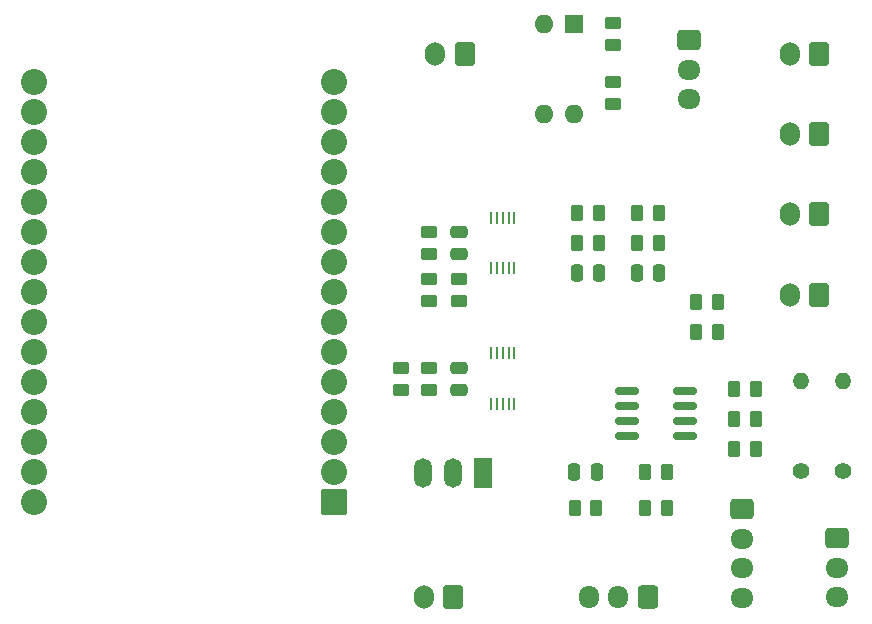
<source format=gbr>
%TF.GenerationSoftware,KiCad,Pcbnew,7.0.8*%
%TF.CreationDate,2024-02-01T15:05:35+01:00*%
%TF.ProjectId,SMD Microcontroller Schematics,534d4420-4d69-4637-926f-636f6e74726f,rev?*%
%TF.SameCoordinates,Original*%
%TF.FileFunction,Soldermask,Top*%
%TF.FilePolarity,Negative*%
%FSLAX46Y46*%
G04 Gerber Fmt 4.6, Leading zero omitted, Abs format (unit mm)*
G04 Created by KiCad (PCBNEW 7.0.8) date 2024-02-01 15:05:35*
%MOMM*%
%LPD*%
G01*
G04 APERTURE LIST*
G04 Aperture macros list*
%AMRoundRect*
0 Rectangle with rounded corners*
0 $1 Rounding radius*
0 $2 $3 $4 $5 $6 $7 $8 $9 X,Y pos of 4 corners*
0 Add a 4 corners polygon primitive as box body*
4,1,4,$2,$3,$4,$5,$6,$7,$8,$9,$2,$3,0*
0 Add four circle primitives for the rounded corners*
1,1,$1+$1,$2,$3*
1,1,$1+$1,$4,$5*
1,1,$1+$1,$6,$7*
1,1,$1+$1,$8,$9*
0 Add four rect primitives between the rounded corners*
20,1,$1+$1,$2,$3,$4,$5,0*
20,1,$1+$1,$4,$5,$6,$7,0*
20,1,$1+$1,$6,$7,$8,$9,0*
20,1,$1+$1,$8,$9,$2,$3,0*%
G04 Aperture macros list end*
%ADD10RoundRect,0.250000X0.600000X0.750000X-0.600000X0.750000X-0.600000X-0.750000X0.600000X-0.750000X0*%
%ADD11O,1.700000X2.000000*%
%ADD12RoundRect,0.150000X0.825000X0.150000X-0.825000X0.150000X-0.825000X-0.150000X0.825000X-0.150000X0*%
%ADD13RoundRect,0.250000X-0.725000X0.600000X-0.725000X-0.600000X0.725000X-0.600000X0.725000X0.600000X0*%
%ADD14O,1.950000X1.700000*%
%ADD15RoundRect,0.250000X-0.450000X0.262500X-0.450000X-0.262500X0.450000X-0.262500X0.450000X0.262500X0*%
%ADD16RoundRect,0.102000X1.000000X1.000000X-1.000000X1.000000X-1.000000X-1.000000X1.000000X-1.000000X0*%
%ADD17C,2.204000*%
%ADD18RoundRect,0.250000X0.250000X0.475000X-0.250000X0.475000X-0.250000X-0.475000X0.250000X-0.475000X0*%
%ADD19R,0.250000X1.100000*%
%ADD20RoundRect,0.250000X0.475000X-0.250000X0.475000X0.250000X-0.475000X0.250000X-0.475000X-0.250000X0*%
%ADD21RoundRect,0.250000X-0.262500X-0.450000X0.262500X-0.450000X0.262500X0.450000X-0.262500X0.450000X0*%
%ADD22RoundRect,0.250000X0.262500X0.450000X-0.262500X0.450000X-0.262500X-0.450000X0.262500X-0.450000X0*%
%ADD23RoundRect,0.250000X-0.475000X0.250000X-0.475000X-0.250000X0.475000X-0.250000X0.475000X0.250000X0*%
%ADD24R,1.500000X2.500000*%
%ADD25O,1.500000X2.500000*%
%ADD26C,1.400000*%
%ADD27O,1.400000X1.400000*%
%ADD28RoundRect,0.250000X0.450000X-0.262500X0.450000X0.262500X-0.450000X0.262500X-0.450000X-0.262500X0*%
%ADD29RoundRect,0.250000X-0.250000X-0.475000X0.250000X-0.475000X0.250000X0.475000X-0.250000X0.475000X0*%
%ADD30RoundRect,0.250000X0.600000X0.725000X-0.600000X0.725000X-0.600000X-0.725000X0.600000X-0.725000X0*%
%ADD31O,1.700000X1.950000*%
%ADD32R,1.600000X1.600000*%
%ADD33O,1.600000X1.600000*%
G04 APERTURE END LIST*
D10*
%TO.C,J2*%
X73000000Y-35000000D03*
D11*
X70500000Y-35000000D03*
%TD*%
D12*
%TO.C,U2*%
X91675000Y-67305000D03*
X91675000Y-66035000D03*
X91675000Y-64765000D03*
X91675000Y-63495000D03*
X86725000Y-63495000D03*
X86725000Y-64765000D03*
X86725000Y-66035000D03*
X86725000Y-67305000D03*
%TD*%
D13*
%TO.C,J10*%
X104500000Y-76000000D03*
D14*
X104500000Y-78500000D03*
X104500000Y-81000000D03*
%TD*%
D15*
%TO.C,R18*%
X70000000Y-54087500D03*
X70000000Y-55912500D03*
%TD*%
D10*
%TO.C,J5*%
X103000000Y-41775000D03*
D11*
X100500000Y-41775000D03*
%TD*%
D16*
%TO.C,ESP1*%
X61900000Y-72915000D03*
D17*
X61900000Y-70375000D03*
X61900000Y-67835000D03*
X61900000Y-65295000D03*
X61900000Y-62755000D03*
X61900000Y-60215000D03*
X61900000Y-57675000D03*
X61900000Y-55135000D03*
X61900000Y-52595000D03*
X61900000Y-50055000D03*
X61900000Y-47515000D03*
X61900000Y-44975000D03*
X61900000Y-42435000D03*
X61900000Y-39895000D03*
X61900000Y-37355000D03*
X36500000Y-37355000D03*
X36500000Y-39895000D03*
X36500000Y-42435000D03*
X36500000Y-44975000D03*
X36500000Y-47515000D03*
X36500000Y-50055000D03*
X36500000Y-52595000D03*
X36500000Y-55135000D03*
X36500000Y-57675000D03*
X36500000Y-60215000D03*
X36500000Y-62755000D03*
X36500000Y-65295000D03*
X36500000Y-67835000D03*
X36500000Y-70375000D03*
X36500000Y-72915000D03*
%TD*%
D18*
%TO.C,C2*%
X89450000Y-53500000D03*
X87550000Y-53500000D03*
%TD*%
D19*
%TO.C,U5*%
X75200000Y-64650000D03*
X75700000Y-64650000D03*
X76200000Y-64650000D03*
X76700000Y-64650000D03*
X77200000Y-64650000D03*
X77200000Y-60350000D03*
X76700000Y-60350000D03*
X76200000Y-60350000D03*
X75700000Y-60350000D03*
X75200000Y-60350000D03*
%TD*%
D20*
%TO.C,C4*%
X72500000Y-51950000D03*
X72500000Y-50050000D03*
%TD*%
D21*
%TO.C,R8*%
X95787500Y-65900000D03*
X97612500Y-65900000D03*
%TD*%
D10*
%TO.C,J4*%
X103000000Y-35000000D03*
D11*
X100500000Y-35000000D03*
%TD*%
D21*
%TO.C,R11*%
X88287500Y-73400000D03*
X90112500Y-73400000D03*
%TD*%
%TO.C,R3*%
X87587500Y-48500000D03*
X89412500Y-48500000D03*
%TD*%
D22*
%TO.C,R1*%
X84325000Y-48500000D03*
X82500000Y-48500000D03*
%TD*%
D23*
%TO.C,C5*%
X72500000Y-61550000D03*
X72500000Y-63450000D03*
%TD*%
D10*
%TO.C,J7*%
X103000000Y-48575000D03*
D11*
X100500000Y-48575000D03*
%TD*%
D24*
%TO.C,U1*%
X74500000Y-70500000D03*
D25*
X71960000Y-70500000D03*
X69420000Y-70500000D03*
%TD*%
D19*
%TO.C,U4*%
X77200000Y-48850000D03*
X76700000Y-48850000D03*
X76200000Y-48850000D03*
X75700000Y-48850000D03*
X75200000Y-48850000D03*
X75200000Y-53150000D03*
X75700000Y-53150000D03*
X76200000Y-53150000D03*
X76700000Y-53150000D03*
X77200000Y-53150000D03*
%TD*%
D21*
%TO.C,R9*%
X95787500Y-68400000D03*
X97612500Y-68400000D03*
%TD*%
D15*
%TO.C,R19*%
X72500000Y-54087500D03*
X72500000Y-55912500D03*
%TD*%
D26*
%TO.C,R20*%
X105000000Y-70310000D03*
D27*
X105000000Y-62690000D03*
%TD*%
D21*
%TO.C,R6*%
X92587500Y-56000000D03*
X94412500Y-56000000D03*
%TD*%
D13*
%TO.C,J9*%
X91950000Y-33825000D03*
D14*
X91950000Y-36325000D03*
X91950000Y-38825000D03*
%TD*%
D15*
%TO.C,R17*%
X70000000Y-61587500D03*
X70000000Y-63412500D03*
%TD*%
D28*
%TO.C,R16*%
X70000000Y-51912500D03*
X70000000Y-50087500D03*
%TD*%
D26*
%TO.C,R21*%
X101500000Y-70310000D03*
D27*
X101500000Y-62690000D03*
%TD*%
D29*
%TO.C,C1*%
X82462500Y-53500000D03*
X84362500Y-53500000D03*
%TD*%
D10*
%TO.C,J6*%
X103000000Y-55375000D03*
D11*
X100500000Y-55375000D03*
%TD*%
D28*
%TO.C,R12*%
X85500000Y-39212500D03*
X85500000Y-37387500D03*
%TD*%
D13*
%TO.C,J8*%
X96500000Y-73525000D03*
D14*
X96500000Y-76025000D03*
X96500000Y-78525000D03*
X96500000Y-81025000D03*
%TD*%
D15*
%TO.C,R15*%
X67600000Y-61587500D03*
X67600000Y-63412500D03*
%TD*%
D10*
%TO.C,J1*%
X72000000Y-81000000D03*
D11*
X69500000Y-81000000D03*
%TD*%
D21*
%TO.C,R5*%
X92587500Y-58500000D03*
X94412500Y-58500000D03*
%TD*%
D18*
%TO.C,C3*%
X84150000Y-70400000D03*
X82250000Y-70400000D03*
%TD*%
D22*
%TO.C,R14*%
X84112500Y-73400000D03*
X82287500Y-73400000D03*
%TD*%
D21*
%TO.C,R2*%
X82500000Y-51000000D03*
X84325000Y-51000000D03*
%TD*%
D30*
%TO.C,J3*%
X88500000Y-81000000D03*
D31*
X86000000Y-81000000D03*
X83500000Y-81000000D03*
%TD*%
D22*
%TO.C,R10*%
X90112500Y-70400000D03*
X88287500Y-70400000D03*
%TD*%
D15*
%TO.C,R13*%
X85500000Y-32387500D03*
X85500000Y-34212500D03*
%TD*%
D21*
%TO.C,R7*%
X95787500Y-63400000D03*
X97612500Y-63400000D03*
%TD*%
D32*
%TO.C,U3*%
X82275000Y-32500000D03*
D33*
X79735000Y-32500000D03*
X79735000Y-40120000D03*
X82275000Y-40120000D03*
%TD*%
D22*
%TO.C,R4*%
X89412500Y-51000000D03*
X87587500Y-51000000D03*
%TD*%
M02*

</source>
